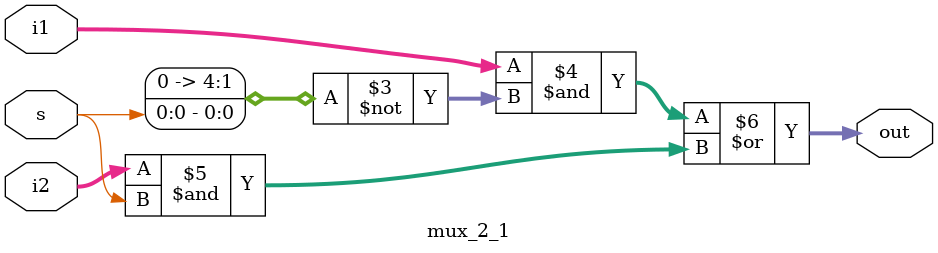
<source format=v>
`timescale 1ns / 1ps


`timescale 1ns / 1ps


module pp_generator(
input clk,
input rst,
input [7:0] image,
input [3:0] weight,
output [4:0] signed_pp,
output  [4:0] exp);
integer i;
wire sign;
reg select;
reg x;
reg y;
reg [4:0] z;
reg [4:0] w;
//wire [4:0] a;
//wire [4:0] b;

//assign a = signed_pp;
//assign b = exp;
assign sign = (image[7])^(weight[3]);
always @(posedge clk) begin
 if(!rst)begin
   x =image[0];
   y =1'b0;
   z = 5'b00000;
   w = 5'b00000;
   //sign = 1'b0;
   select = 1'b0;
//   signed_pp = 5'b00000;
//   exp = 5'b00000;
 end
end
always @(posedge clk) begin
  
  
  for(i=1;i<7;i=i+1)begin
   x <= ~(x|image[i]);
  end
  y <= weight[2]&weight[1]&weight[0];
  select <= x|y;
  z<= image[6:3] + weight[2:0];

  w <= {sign, 1'b1, image[2:0]};

 end
 
  mux_2_1 m1(.i1(w), .i2(5'b0), .s(select), .out(signed_pp));
  mux_2_1 m2(.i1(z), .i2(5'b0), .s(select), .out(exp));


endmodule

module mux_2_1(input [4:0] i1, input [4:0] i2, input s, output   [4:0] out);

assign out = (i1&~s)| (i2&s);

endmodule




</source>
